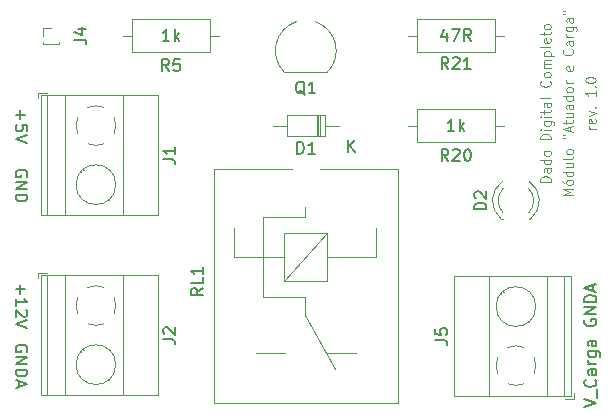
<source format=gbr>
%TF.GenerationSoftware,KiCad,Pcbnew,5.1.12-84ad8e8a86~92~ubuntu20.04.1*%
%TF.CreationDate,2022-02-13T23:17:25-03:00*%
%TF.ProjectId,DD_CMOS,44445f43-4d4f-4532-9e6b-696361645f70,1.0.1*%
%TF.SameCoordinates,Original*%
%TF.FileFunction,Legend,Top*%
%TF.FilePolarity,Positive*%
%FSLAX46Y46*%
G04 Gerber Fmt 4.6, Leading zero omitted, Abs format (unit mm)*
G04 Created by KiCad (PCBNEW 5.1.12-84ad8e8a86~92~ubuntu20.04.1) date 2022-02-13 23:17:25*
%MOMM*%
%LPD*%
G01*
G04 APERTURE LIST*
%ADD10C,0.100000*%
%ADD11C,0.150000*%
%ADD12C,0.120000*%
G04 APERTURE END LIST*
D10*
X151537142Y-98037380D02*
X150937142Y-98037380D01*
X151108571Y-98037380D02*
X151022857Y-97999285D01*
X150980000Y-97961190D01*
X150937142Y-97885000D01*
X150937142Y-97808809D01*
X151494285Y-97237380D02*
X151537142Y-97313571D01*
X151537142Y-97465952D01*
X151494285Y-97542142D01*
X151408571Y-97580238D01*
X151065714Y-97580238D01*
X150980000Y-97542142D01*
X150937142Y-97465952D01*
X150937142Y-97313571D01*
X150980000Y-97237380D01*
X151065714Y-97199285D01*
X151151428Y-97199285D01*
X151237142Y-97580238D01*
X150937142Y-96932619D02*
X151537142Y-96742142D01*
X150937142Y-96551666D01*
X151451428Y-96246904D02*
X151494285Y-96208809D01*
X151537142Y-96246904D01*
X151494285Y-96285000D01*
X151451428Y-96246904D01*
X151537142Y-96246904D01*
X151537142Y-94837380D02*
X151537142Y-95294523D01*
X151537142Y-95065952D02*
X150637142Y-95065952D01*
X150765714Y-95142142D01*
X150851428Y-95218333D01*
X150894285Y-95294523D01*
X151451428Y-94494523D02*
X151494285Y-94456428D01*
X151537142Y-94494523D01*
X151494285Y-94532619D01*
X151451428Y-94494523D01*
X151537142Y-94494523D01*
X150637142Y-93961190D02*
X150637142Y-93885000D01*
X150680000Y-93808809D01*
X150722857Y-93770714D01*
X150808571Y-93732619D01*
X150980000Y-93694523D01*
X151194285Y-93694523D01*
X151365714Y-93732619D01*
X151451428Y-93770714D01*
X151494285Y-93808809D01*
X151537142Y-93885000D01*
X151537142Y-93961190D01*
X151494285Y-94037380D01*
X151451428Y-94075476D01*
X151365714Y-94113571D01*
X151194285Y-94151666D01*
X150980000Y-94151666D01*
X150808571Y-94113571D01*
X150722857Y-94075476D01*
X150680000Y-94037380D01*
X150637142Y-93961190D01*
X149632142Y-103675477D02*
X148732142Y-103675477D01*
X149375000Y-103408810D01*
X148732142Y-103142143D01*
X149632142Y-103142143D01*
X149632142Y-102646905D02*
X149589285Y-102723096D01*
X149546428Y-102761191D01*
X149460714Y-102799286D01*
X149203571Y-102799286D01*
X149117857Y-102761191D01*
X149075000Y-102723096D01*
X149032142Y-102646905D01*
X149032142Y-102532620D01*
X149075000Y-102456429D01*
X149117857Y-102418334D01*
X149203571Y-102380239D01*
X149460714Y-102380239D01*
X149546428Y-102418334D01*
X149589285Y-102456429D01*
X149632142Y-102532620D01*
X149632142Y-102646905D01*
X148689285Y-102494524D02*
X148817857Y-102608810D01*
X149632142Y-101694524D02*
X148732142Y-101694524D01*
X149589285Y-101694524D02*
X149632142Y-101770715D01*
X149632142Y-101923096D01*
X149589285Y-101999286D01*
X149546428Y-102037381D01*
X149460714Y-102075477D01*
X149203571Y-102075477D01*
X149117857Y-102037381D01*
X149075000Y-101999286D01*
X149032142Y-101923096D01*
X149032142Y-101770715D01*
X149075000Y-101694524D01*
X149032142Y-100970715D02*
X149632142Y-100970715D01*
X149032142Y-101313572D02*
X149503571Y-101313572D01*
X149589285Y-101275477D01*
X149632142Y-101199286D01*
X149632142Y-101085001D01*
X149589285Y-101008810D01*
X149546428Y-100970715D01*
X149632142Y-100475477D02*
X149589285Y-100551667D01*
X149503571Y-100589762D01*
X148732142Y-100589762D01*
X149632142Y-100056429D02*
X149589285Y-100132620D01*
X149546428Y-100170715D01*
X149460714Y-100208810D01*
X149203571Y-100208810D01*
X149117857Y-100170715D01*
X149075000Y-100132620D01*
X149032142Y-100056429D01*
X149032142Y-99942143D01*
X149075000Y-99865953D01*
X149117857Y-99827858D01*
X149203571Y-99789762D01*
X149460714Y-99789762D01*
X149546428Y-99827858D01*
X149589285Y-99865953D01*
X149632142Y-99942143D01*
X149632142Y-100056429D01*
X148732142Y-98875477D02*
X148903571Y-98875477D01*
X148732142Y-98570715D02*
X148903571Y-98570715D01*
X149375000Y-98265953D02*
X149375000Y-97885001D01*
X149632142Y-98342143D02*
X148732142Y-98075477D01*
X149632142Y-97808810D01*
X149032142Y-97656429D02*
X149032142Y-97351667D01*
X148732142Y-97542143D02*
X149503571Y-97542143D01*
X149589285Y-97504048D01*
X149632142Y-97427858D01*
X149632142Y-97351667D01*
X149032142Y-96742143D02*
X149632142Y-96742143D01*
X149032142Y-97085001D02*
X149503571Y-97085001D01*
X149589285Y-97046905D01*
X149632142Y-96970715D01*
X149632142Y-96856429D01*
X149589285Y-96780239D01*
X149546428Y-96742143D01*
X149632142Y-96018334D02*
X149160714Y-96018334D01*
X149075000Y-96056429D01*
X149032142Y-96132620D01*
X149032142Y-96285001D01*
X149075000Y-96361191D01*
X149589285Y-96018334D02*
X149632142Y-96094524D01*
X149632142Y-96285001D01*
X149589285Y-96361191D01*
X149503571Y-96399286D01*
X149417857Y-96399286D01*
X149332142Y-96361191D01*
X149289285Y-96285001D01*
X149289285Y-96094524D01*
X149246428Y-96018334D01*
X149632142Y-95294524D02*
X148732142Y-95294524D01*
X149589285Y-95294524D02*
X149632142Y-95370715D01*
X149632142Y-95523096D01*
X149589285Y-95599286D01*
X149546428Y-95637381D01*
X149460714Y-95675477D01*
X149203571Y-95675477D01*
X149117857Y-95637381D01*
X149075000Y-95599286D01*
X149032142Y-95523096D01*
X149032142Y-95370715D01*
X149075000Y-95294524D01*
X149632142Y-94799286D02*
X149589285Y-94875477D01*
X149546428Y-94913572D01*
X149460714Y-94951667D01*
X149203571Y-94951667D01*
X149117857Y-94913572D01*
X149075000Y-94875477D01*
X149032142Y-94799286D01*
X149032142Y-94685001D01*
X149075000Y-94608810D01*
X149117857Y-94570715D01*
X149203571Y-94532620D01*
X149460714Y-94532620D01*
X149546428Y-94570715D01*
X149589285Y-94608810D01*
X149632142Y-94685001D01*
X149632142Y-94799286D01*
X149632142Y-94189762D02*
X149032142Y-94189762D01*
X149203571Y-94189762D02*
X149117857Y-94151667D01*
X149075000Y-94113572D01*
X149032142Y-94037381D01*
X149032142Y-93961191D01*
X149589285Y-92780239D02*
X149632142Y-92856429D01*
X149632142Y-93008810D01*
X149589285Y-93085001D01*
X149503571Y-93123096D01*
X149160714Y-93123096D01*
X149075000Y-93085001D01*
X149032142Y-93008810D01*
X149032142Y-92856429D01*
X149075000Y-92780239D01*
X149160714Y-92742143D01*
X149246428Y-92742143D01*
X149332142Y-93123096D01*
X149546428Y-91332620D02*
X149589285Y-91370715D01*
X149632142Y-91485001D01*
X149632142Y-91561191D01*
X149589285Y-91675477D01*
X149503571Y-91751667D01*
X149417857Y-91789762D01*
X149246428Y-91827858D01*
X149117857Y-91827858D01*
X148946428Y-91789762D01*
X148860714Y-91751667D01*
X148775000Y-91675477D01*
X148732142Y-91561191D01*
X148732142Y-91485001D01*
X148775000Y-91370715D01*
X148817857Y-91332620D01*
X149632142Y-90646905D02*
X149160714Y-90646905D01*
X149075000Y-90685001D01*
X149032142Y-90761191D01*
X149032142Y-90913572D01*
X149075000Y-90989762D01*
X149589285Y-90646905D02*
X149632142Y-90723096D01*
X149632142Y-90913572D01*
X149589285Y-90989762D01*
X149503571Y-91027858D01*
X149417857Y-91027858D01*
X149332142Y-90989762D01*
X149289285Y-90913572D01*
X149289285Y-90723096D01*
X149246428Y-90646905D01*
X149632142Y-90265953D02*
X149032142Y-90265953D01*
X149203571Y-90265953D02*
X149117857Y-90227858D01*
X149075000Y-90189762D01*
X149032142Y-90113572D01*
X149032142Y-90037381D01*
X149032142Y-89427858D02*
X149760714Y-89427858D01*
X149846428Y-89465953D01*
X149889285Y-89504048D01*
X149932142Y-89580239D01*
X149932142Y-89694524D01*
X149889285Y-89770715D01*
X149589285Y-89427858D02*
X149632142Y-89504048D01*
X149632142Y-89656429D01*
X149589285Y-89732620D01*
X149546428Y-89770715D01*
X149460714Y-89808810D01*
X149203571Y-89808810D01*
X149117857Y-89770715D01*
X149075000Y-89732620D01*
X149032142Y-89656429D01*
X149032142Y-89504048D01*
X149075000Y-89427858D01*
X149632142Y-88704048D02*
X149160714Y-88704048D01*
X149075000Y-88742143D01*
X149032142Y-88818334D01*
X149032142Y-88970715D01*
X149075000Y-89046905D01*
X149589285Y-88704048D02*
X149632142Y-88780239D01*
X149632142Y-88970715D01*
X149589285Y-89046905D01*
X149503571Y-89085001D01*
X149417857Y-89085001D01*
X149332142Y-89046905D01*
X149289285Y-88970715D01*
X149289285Y-88780239D01*
X149246428Y-88704048D01*
X148732142Y-88361191D02*
X148903571Y-88361191D01*
X148732142Y-88056429D02*
X148903571Y-88056429D01*
X147727142Y-102532619D02*
X146827142Y-102532619D01*
X146827142Y-102342142D01*
X146870000Y-102227857D01*
X146955714Y-102151666D01*
X147041428Y-102113571D01*
X147212857Y-102075476D01*
X147341428Y-102075476D01*
X147512857Y-102113571D01*
X147598571Y-102151666D01*
X147684285Y-102227857D01*
X147727142Y-102342142D01*
X147727142Y-102532619D01*
X147727142Y-101389761D02*
X147255714Y-101389761D01*
X147170000Y-101427857D01*
X147127142Y-101504047D01*
X147127142Y-101656428D01*
X147170000Y-101732619D01*
X147684285Y-101389761D02*
X147727142Y-101465952D01*
X147727142Y-101656428D01*
X147684285Y-101732619D01*
X147598571Y-101770714D01*
X147512857Y-101770714D01*
X147427142Y-101732619D01*
X147384285Y-101656428D01*
X147384285Y-101465952D01*
X147341428Y-101389761D01*
X147727142Y-100665952D02*
X146827142Y-100665952D01*
X147684285Y-100665952D02*
X147727142Y-100742142D01*
X147727142Y-100894523D01*
X147684285Y-100970714D01*
X147641428Y-101008809D01*
X147555714Y-101046904D01*
X147298571Y-101046904D01*
X147212857Y-101008809D01*
X147170000Y-100970714D01*
X147127142Y-100894523D01*
X147127142Y-100742142D01*
X147170000Y-100665952D01*
X147727142Y-100170714D02*
X147684285Y-100246904D01*
X147641428Y-100285000D01*
X147555714Y-100323095D01*
X147298571Y-100323095D01*
X147212857Y-100285000D01*
X147170000Y-100246904D01*
X147127142Y-100170714D01*
X147127142Y-100056428D01*
X147170000Y-99980238D01*
X147212857Y-99942142D01*
X147298571Y-99904047D01*
X147555714Y-99904047D01*
X147641428Y-99942142D01*
X147684285Y-99980238D01*
X147727142Y-100056428D01*
X147727142Y-100170714D01*
X147727142Y-98951666D02*
X146827142Y-98951666D01*
X146827142Y-98761190D01*
X146870000Y-98646904D01*
X146955714Y-98570714D01*
X147041428Y-98532619D01*
X147212857Y-98494523D01*
X147341428Y-98494523D01*
X147512857Y-98532619D01*
X147598571Y-98570714D01*
X147684285Y-98646904D01*
X147727142Y-98761190D01*
X147727142Y-98951666D01*
X147727142Y-98151666D02*
X147127142Y-98151666D01*
X146827142Y-98151666D02*
X146870000Y-98189761D01*
X146912857Y-98151666D01*
X146870000Y-98113571D01*
X146827142Y-98151666D01*
X146912857Y-98151666D01*
X147127142Y-97427857D02*
X147855714Y-97427857D01*
X147941428Y-97465952D01*
X147984285Y-97504047D01*
X148027142Y-97580238D01*
X148027142Y-97694523D01*
X147984285Y-97770714D01*
X147684285Y-97427857D02*
X147727142Y-97504047D01*
X147727142Y-97656428D01*
X147684285Y-97732619D01*
X147641428Y-97770714D01*
X147555714Y-97808809D01*
X147298571Y-97808809D01*
X147212857Y-97770714D01*
X147170000Y-97732619D01*
X147127142Y-97656428D01*
X147127142Y-97504047D01*
X147170000Y-97427857D01*
X147727142Y-97046904D02*
X147127142Y-97046904D01*
X146827142Y-97046904D02*
X146870000Y-97085000D01*
X146912857Y-97046904D01*
X146870000Y-97008809D01*
X146827142Y-97046904D01*
X146912857Y-97046904D01*
X147127142Y-96780238D02*
X147127142Y-96475476D01*
X146827142Y-96665952D02*
X147598571Y-96665952D01*
X147684285Y-96627857D01*
X147727142Y-96551666D01*
X147727142Y-96475476D01*
X147727142Y-95865952D02*
X147255714Y-95865952D01*
X147170000Y-95904047D01*
X147127142Y-95980238D01*
X147127142Y-96132619D01*
X147170000Y-96208809D01*
X147684285Y-95865952D02*
X147727142Y-95942142D01*
X147727142Y-96132619D01*
X147684285Y-96208809D01*
X147598571Y-96246904D01*
X147512857Y-96246904D01*
X147427142Y-96208809D01*
X147384285Y-96132619D01*
X147384285Y-95942142D01*
X147341428Y-95865952D01*
X147727142Y-95370714D02*
X147684285Y-95446904D01*
X147598571Y-95485000D01*
X146827142Y-95485000D01*
X147641428Y-93999285D02*
X147684285Y-94037380D01*
X147727142Y-94151666D01*
X147727142Y-94227857D01*
X147684285Y-94342142D01*
X147598571Y-94418333D01*
X147512857Y-94456428D01*
X147341428Y-94494523D01*
X147212857Y-94494523D01*
X147041428Y-94456428D01*
X146955714Y-94418333D01*
X146870000Y-94342142D01*
X146827142Y-94227857D01*
X146827142Y-94151666D01*
X146870000Y-94037380D01*
X146912857Y-93999285D01*
X147727142Y-93542142D02*
X147684285Y-93618333D01*
X147641428Y-93656428D01*
X147555714Y-93694523D01*
X147298571Y-93694523D01*
X147212857Y-93656428D01*
X147170000Y-93618333D01*
X147127142Y-93542142D01*
X147127142Y-93427857D01*
X147170000Y-93351666D01*
X147212857Y-93313571D01*
X147298571Y-93275476D01*
X147555714Y-93275476D01*
X147641428Y-93313571D01*
X147684285Y-93351666D01*
X147727142Y-93427857D01*
X147727142Y-93542142D01*
X147727142Y-92932619D02*
X147127142Y-92932619D01*
X147212857Y-92932619D02*
X147170000Y-92894523D01*
X147127142Y-92818333D01*
X147127142Y-92704047D01*
X147170000Y-92627857D01*
X147255714Y-92589761D01*
X147727142Y-92589761D01*
X147255714Y-92589761D02*
X147170000Y-92551666D01*
X147127142Y-92475476D01*
X147127142Y-92361190D01*
X147170000Y-92285000D01*
X147255714Y-92246904D01*
X147727142Y-92246904D01*
X147127142Y-91865952D02*
X148027142Y-91865952D01*
X147170000Y-91865952D02*
X147127142Y-91789761D01*
X147127142Y-91637380D01*
X147170000Y-91561190D01*
X147212857Y-91523095D01*
X147298571Y-91485000D01*
X147555714Y-91485000D01*
X147641428Y-91523095D01*
X147684285Y-91561190D01*
X147727142Y-91637380D01*
X147727142Y-91789761D01*
X147684285Y-91865952D01*
X147727142Y-91027857D02*
X147684285Y-91104047D01*
X147598571Y-91142142D01*
X146827142Y-91142142D01*
X147684285Y-90418333D02*
X147727142Y-90494523D01*
X147727142Y-90646904D01*
X147684285Y-90723095D01*
X147598571Y-90761190D01*
X147255714Y-90761190D01*
X147170000Y-90723095D01*
X147127142Y-90646904D01*
X147127142Y-90494523D01*
X147170000Y-90418333D01*
X147255714Y-90380238D01*
X147341428Y-90380238D01*
X147427142Y-90761190D01*
X147127142Y-90151666D02*
X147127142Y-89846904D01*
X146827142Y-90037380D02*
X147598571Y-90037380D01*
X147684285Y-89999285D01*
X147727142Y-89923095D01*
X147727142Y-89846904D01*
X147727142Y-89465952D02*
X147684285Y-89542142D01*
X147641428Y-89580238D01*
X147555714Y-89618333D01*
X147298571Y-89618333D01*
X147212857Y-89580238D01*
X147170000Y-89542142D01*
X147127142Y-89465952D01*
X147127142Y-89351666D01*
X147170000Y-89275476D01*
X147212857Y-89237380D01*
X147298571Y-89199285D01*
X147555714Y-89199285D01*
X147641428Y-89237380D01*
X147684285Y-89275476D01*
X147727142Y-89351666D01*
X147727142Y-89465952D01*
D11*
X150582380Y-121625952D02*
X151582380Y-121292619D01*
X150582380Y-120959285D01*
X151677619Y-120864047D02*
X151677619Y-120102142D01*
X151487142Y-119292619D02*
X151534761Y-119340238D01*
X151582380Y-119483095D01*
X151582380Y-119578333D01*
X151534761Y-119721190D01*
X151439523Y-119816428D01*
X151344285Y-119864047D01*
X151153809Y-119911666D01*
X151010952Y-119911666D01*
X150820476Y-119864047D01*
X150725238Y-119816428D01*
X150630000Y-119721190D01*
X150582380Y-119578333D01*
X150582380Y-119483095D01*
X150630000Y-119340238D01*
X150677619Y-119292619D01*
X151582380Y-118435476D02*
X151058571Y-118435476D01*
X150963333Y-118483095D01*
X150915714Y-118578333D01*
X150915714Y-118768809D01*
X150963333Y-118864047D01*
X151534761Y-118435476D02*
X151582380Y-118530714D01*
X151582380Y-118768809D01*
X151534761Y-118864047D01*
X151439523Y-118911666D01*
X151344285Y-118911666D01*
X151249047Y-118864047D01*
X151201428Y-118768809D01*
X151201428Y-118530714D01*
X151153809Y-118435476D01*
X151582380Y-117959285D02*
X150915714Y-117959285D01*
X151106190Y-117959285D02*
X151010952Y-117911666D01*
X150963333Y-117864047D01*
X150915714Y-117768809D01*
X150915714Y-117673571D01*
X150915714Y-116911666D02*
X151725238Y-116911666D01*
X151820476Y-116959285D01*
X151868095Y-117006904D01*
X151915714Y-117102142D01*
X151915714Y-117245000D01*
X151868095Y-117340238D01*
X151534761Y-116911666D02*
X151582380Y-117006904D01*
X151582380Y-117197380D01*
X151534761Y-117292619D01*
X151487142Y-117340238D01*
X151391904Y-117387857D01*
X151106190Y-117387857D01*
X151010952Y-117340238D01*
X150963333Y-117292619D01*
X150915714Y-117197380D01*
X150915714Y-117006904D01*
X150963333Y-116911666D01*
X151582380Y-116006904D02*
X151058571Y-116006904D01*
X150963333Y-116054523D01*
X150915714Y-116149761D01*
X150915714Y-116340238D01*
X150963333Y-116435476D01*
X151534761Y-116006904D02*
X151582380Y-116102142D01*
X151582380Y-116340238D01*
X151534761Y-116435476D01*
X151439523Y-116483095D01*
X151344285Y-116483095D01*
X151249047Y-116435476D01*
X151201428Y-116340238D01*
X151201428Y-116102142D01*
X151153809Y-116006904D01*
X150630000Y-114220476D02*
X150582380Y-114315714D01*
X150582380Y-114458571D01*
X150630000Y-114601428D01*
X150725238Y-114696666D01*
X150820476Y-114744285D01*
X151010952Y-114791904D01*
X151153809Y-114791904D01*
X151344285Y-114744285D01*
X151439523Y-114696666D01*
X151534761Y-114601428D01*
X151582380Y-114458571D01*
X151582380Y-114363333D01*
X151534761Y-114220476D01*
X151487142Y-114172857D01*
X151153809Y-114172857D01*
X151153809Y-114363333D01*
X151582380Y-113744285D02*
X150582380Y-113744285D01*
X151582380Y-113172857D01*
X150582380Y-113172857D01*
X151582380Y-112696666D02*
X150582380Y-112696666D01*
X150582380Y-112458571D01*
X150630000Y-112315714D01*
X150725238Y-112220476D01*
X150820476Y-112172857D01*
X151010952Y-112125238D01*
X151153809Y-112125238D01*
X151344285Y-112172857D01*
X151439523Y-112220476D01*
X151534761Y-112315714D01*
X151582380Y-112458571D01*
X151582380Y-112696666D01*
X151296666Y-111744285D02*
X151296666Y-111268095D01*
X151582380Y-111839523D02*
X150582380Y-111506190D01*
X151582380Y-111172857D01*
X103370000Y-116919523D02*
X103417619Y-116824285D01*
X103417619Y-116681428D01*
X103370000Y-116538571D01*
X103274761Y-116443333D01*
X103179523Y-116395714D01*
X102989047Y-116348095D01*
X102846190Y-116348095D01*
X102655714Y-116395714D01*
X102560476Y-116443333D01*
X102465238Y-116538571D01*
X102417619Y-116681428D01*
X102417619Y-116776666D01*
X102465238Y-116919523D01*
X102512857Y-116967142D01*
X102846190Y-116967142D01*
X102846190Y-116776666D01*
X102417619Y-117395714D02*
X103417619Y-117395714D01*
X102417619Y-117967142D01*
X103417619Y-117967142D01*
X102417619Y-118443333D02*
X103417619Y-118443333D01*
X103417619Y-118681428D01*
X103370000Y-118824285D01*
X103274761Y-118919523D01*
X103179523Y-118967142D01*
X102989047Y-119014761D01*
X102846190Y-119014761D01*
X102655714Y-118967142D01*
X102560476Y-118919523D01*
X102465238Y-118824285D01*
X102417619Y-118681428D01*
X102417619Y-118443333D01*
X102703333Y-119395714D02*
X102703333Y-119871904D01*
X102417619Y-119300476D02*
X103417619Y-119633809D01*
X102417619Y-119967142D01*
X102798571Y-111268095D02*
X102798571Y-112030000D01*
X102417619Y-111649047D02*
X103179523Y-111649047D01*
X102417619Y-113030000D02*
X102417619Y-112458571D01*
X102417619Y-112744285D02*
X103417619Y-112744285D01*
X103274761Y-112649047D01*
X103179523Y-112553809D01*
X103131904Y-112458571D01*
X103322380Y-113410952D02*
X103370000Y-113458571D01*
X103417619Y-113553809D01*
X103417619Y-113791904D01*
X103370000Y-113887142D01*
X103322380Y-113934761D01*
X103227142Y-113982380D01*
X103131904Y-113982380D01*
X102989047Y-113934761D01*
X102417619Y-113363333D01*
X102417619Y-113982380D01*
X103417619Y-114268095D02*
X102417619Y-114601428D01*
X103417619Y-114934761D01*
X103370000Y-102108095D02*
X103417619Y-102012857D01*
X103417619Y-101870000D01*
X103370000Y-101727142D01*
X103274761Y-101631904D01*
X103179523Y-101584285D01*
X102989047Y-101536666D01*
X102846190Y-101536666D01*
X102655714Y-101584285D01*
X102560476Y-101631904D01*
X102465238Y-101727142D01*
X102417619Y-101870000D01*
X102417619Y-101965238D01*
X102465238Y-102108095D01*
X102512857Y-102155714D01*
X102846190Y-102155714D01*
X102846190Y-101965238D01*
X102417619Y-102584285D02*
X103417619Y-102584285D01*
X102417619Y-103155714D01*
X103417619Y-103155714D01*
X102417619Y-103631904D02*
X103417619Y-103631904D01*
X103417619Y-103870000D01*
X103370000Y-104012857D01*
X103274761Y-104108095D01*
X103179523Y-104155714D01*
X102989047Y-104203333D01*
X102846190Y-104203333D01*
X102655714Y-104155714D01*
X102560476Y-104108095D01*
X102465238Y-104012857D01*
X102417619Y-103870000D01*
X102417619Y-103631904D01*
X102798571Y-96504285D02*
X102798571Y-97266190D01*
X102417619Y-96885238D02*
X103179523Y-96885238D01*
X103417619Y-98218571D02*
X103417619Y-97742380D01*
X102941428Y-97694761D01*
X102989047Y-97742380D01*
X103036666Y-97837619D01*
X103036666Y-98075714D01*
X102989047Y-98170952D01*
X102941428Y-98218571D01*
X102846190Y-98266190D01*
X102608095Y-98266190D01*
X102512857Y-98218571D01*
X102465238Y-98170952D01*
X102417619Y-98075714D01*
X102417619Y-97837619D01*
X102465238Y-97742380D01*
X102512857Y-97694761D01*
X103417619Y-98551904D02*
X102417619Y-98885238D01*
X103417619Y-99218571D01*
D12*
%TO.C,Q1*%
X125200000Y-93290000D02*
X128800000Y-93290000D01*
X128808445Y-93267684D02*
G75*
G03*
X127780000Y-88990000I-1808445J1827684D01*
G01*
X125188125Y-93281741D02*
G75*
G02*
X126180000Y-88990000I1811875J1841741D01*
G01*
%TO.C,R21*%
X142970000Y-91540000D02*
X142970000Y-88800000D01*
X142970000Y-88800000D02*
X136430000Y-88800000D01*
X136430000Y-88800000D02*
X136430000Y-91540000D01*
X136430000Y-91540000D02*
X142970000Y-91540000D01*
X143740000Y-90170000D02*
X142970000Y-90170000D01*
X135660000Y-90170000D02*
X136430000Y-90170000D01*
%TO.C,J4*%
X104715000Y-90855000D02*
X106105000Y-90855000D01*
X104715000Y-90855000D02*
X104715000Y-90730000D01*
X106105000Y-90855000D02*
X106105000Y-90730000D01*
X104715000Y-90855000D02*
X104801724Y-90855000D01*
X106018276Y-90855000D02*
X106105000Y-90855000D01*
X104715000Y-90170000D02*
X104715000Y-89485000D01*
X104715000Y-89485000D02*
X105410000Y-89485000D01*
%TO.C,RL1*%
X125800000Y-101470000D02*
X119200000Y-101470000D01*
X134800000Y-101470000D02*
X128200000Y-101470000D01*
X134800000Y-101470000D02*
X134800000Y-121270000D01*
X134800000Y-121270000D02*
X119200000Y-121270000D01*
X119200000Y-121270000D02*
X119200000Y-101470000D01*
X122800000Y-117020000D02*
X125250000Y-117020000D01*
X131200000Y-117020000D02*
X128700000Y-117020000D01*
X120950000Y-106420000D02*
X120950000Y-108920000D01*
X126950000Y-105520000D02*
X126950000Y-104720000D01*
X132950000Y-108920000D02*
X132950000Y-106420000D01*
X126950000Y-112320000D02*
X126950000Y-113820000D01*
X126950000Y-113820000D02*
X129450000Y-118420000D01*
X123350000Y-112320000D02*
X123350000Y-105520000D01*
X126950000Y-112320000D02*
X123350000Y-112320000D01*
X126950000Y-105520000D02*
X123350000Y-105520000D01*
X132950000Y-108920000D02*
X128750000Y-108920000D01*
X125150000Y-108920000D02*
X120950000Y-108920000D01*
X125150000Y-110920000D02*
X128750000Y-106920000D01*
X125150000Y-106920000D02*
X128750000Y-106920000D01*
X128750000Y-106920000D02*
X128750000Y-110920000D01*
X128750000Y-110920000D02*
X125150000Y-110920000D01*
X125150000Y-110920000D02*
X125150000Y-106920000D01*
%TO.C,R20*%
X143740000Y-97790000D02*
X142970000Y-97790000D01*
X135660000Y-97790000D02*
X136430000Y-97790000D01*
X142970000Y-96420000D02*
X136430000Y-96420000D01*
X142970000Y-99160000D02*
X142970000Y-96420000D01*
X136430000Y-99160000D02*
X142970000Y-99160000D01*
X136430000Y-96420000D02*
X136430000Y-99160000D01*
%TO.C,R5*%
X119610000Y-90170000D02*
X118840000Y-90170000D01*
X111530000Y-90170000D02*
X112300000Y-90170000D01*
X118840000Y-88800000D02*
X112300000Y-88800000D01*
X118840000Y-91540000D02*
X118840000Y-88800000D01*
X112300000Y-91540000D02*
X118840000Y-91540000D01*
X112300000Y-88800000D02*
X112300000Y-91540000D01*
%TO.C,J5*%
X146460000Y-113110000D02*
G75*
G03*
X146460000Y-113110000I-1680000J0D01*
G01*
X148880000Y-120670000D02*
X148880000Y-110550000D01*
X147380000Y-120670000D02*
X147380000Y-110550000D01*
X142479000Y-120670000D02*
X142479000Y-110550000D01*
X139519000Y-120670000D02*
X139519000Y-110550000D01*
X149440000Y-120670000D02*
X149440000Y-110550000D01*
X139519000Y-120670000D02*
X149440000Y-120670000D01*
X139519000Y-110550000D02*
X149440000Y-110550000D01*
X143711000Y-111835000D02*
X143757000Y-111882000D01*
X146019000Y-114144000D02*
X146054000Y-114179000D01*
X143505000Y-112040000D02*
X143541000Y-112075000D01*
X145803000Y-114337000D02*
X145849000Y-114384000D01*
X148940000Y-120910000D02*
X149680000Y-120910000D01*
X149680000Y-120910000D02*
X149680000Y-120410000D01*
X146314756Y-117426682D02*
G75*
G02*
X146460000Y-118110000I-1534756J-683318D01*
G01*
X144096958Y-116574574D02*
G75*
G02*
X145464000Y-116575000I683042J-1535426D01*
G01*
X143244574Y-118793042D02*
G75*
G02*
X143245000Y-117426000I1535426J683042D01*
G01*
X145463042Y-119645426D02*
G75*
G02*
X144096000Y-119645000I-683042J1535426D01*
G01*
X146460253Y-118081195D02*
G75*
G02*
X146315000Y-118794000I-1680253J-28805D01*
G01*
%TO.C,J2*%
X104320000Y-110230000D02*
X104320000Y-110730000D01*
X105060000Y-110230000D02*
X104320000Y-110230000D01*
X108197000Y-116803000D02*
X108151000Y-116756000D01*
X110495000Y-119100000D02*
X110459000Y-119065000D01*
X107981000Y-116996000D02*
X107946000Y-116961000D01*
X110289000Y-119305000D02*
X110243000Y-119258000D01*
X114481000Y-120590000D02*
X104560000Y-120590000D01*
X114481000Y-110470000D02*
X104560000Y-110470000D01*
X104560000Y-110470000D02*
X104560000Y-120590000D01*
X114481000Y-110470000D02*
X114481000Y-120590000D01*
X111521000Y-110470000D02*
X111521000Y-120590000D01*
X106620000Y-110470000D02*
X106620000Y-120590000D01*
X105120000Y-110470000D02*
X105120000Y-120590000D01*
X110900000Y-118030000D02*
G75*
G03*
X110900000Y-118030000I-1680000J0D01*
G01*
X107539747Y-113058805D02*
G75*
G02*
X107685000Y-112346000I1680253J28805D01*
G01*
X108536958Y-111494574D02*
G75*
G02*
X109904000Y-111495000I683042J-1535426D01*
G01*
X110755426Y-112346958D02*
G75*
G02*
X110755000Y-113714000I-1535426J-683042D01*
G01*
X109903042Y-114565426D02*
G75*
G02*
X108536000Y-114565000I-683042J1535426D01*
G01*
X107685244Y-113713318D02*
G75*
G02*
X107540000Y-113030000I1534756J683318D01*
G01*
%TO.C,J1*%
X104320000Y-94990000D02*
X104320000Y-95490000D01*
X105060000Y-94990000D02*
X104320000Y-94990000D01*
X108197000Y-101563000D02*
X108151000Y-101516000D01*
X110495000Y-103860000D02*
X110459000Y-103825000D01*
X107981000Y-101756000D02*
X107946000Y-101721000D01*
X110289000Y-104065000D02*
X110243000Y-104018000D01*
X114481000Y-105350000D02*
X104560000Y-105350000D01*
X114481000Y-95230000D02*
X104560000Y-95230000D01*
X104560000Y-95230000D02*
X104560000Y-105350000D01*
X114481000Y-95230000D02*
X114481000Y-105350000D01*
X111521000Y-95230000D02*
X111521000Y-105350000D01*
X106620000Y-95230000D02*
X106620000Y-105350000D01*
X105120000Y-95230000D02*
X105120000Y-105350000D01*
X110900000Y-102790000D02*
G75*
G03*
X110900000Y-102790000I-1680000J0D01*
G01*
X107539747Y-97818805D02*
G75*
G02*
X107685000Y-97106000I1680253J28805D01*
G01*
X108536958Y-96254574D02*
G75*
G02*
X109904000Y-96255000I683042J-1535426D01*
G01*
X110755426Y-97106958D02*
G75*
G02*
X110755000Y-98474000I-1535426J-683042D01*
G01*
X109903042Y-99325426D02*
G75*
G02*
X108536000Y-99325000I-683042J1535426D01*
G01*
X107685244Y-98473318D02*
G75*
G02*
X107540000Y-97790000I1534756J683318D01*
G01*
%TO.C,D2*%
X145860000Y-105700000D02*
X146016000Y-105700000D01*
X143544000Y-105700000D02*
X143700000Y-105700000D01*
X145859837Y-103098870D02*
G75*
G02*
X145860000Y-105180961I-1079837J-1041130D01*
G01*
X143700163Y-103098870D02*
G75*
G03*
X143700000Y-105180961I1079837J-1041130D01*
G01*
X145858608Y-102467665D02*
G75*
G02*
X146015516Y-105700000I-1078608J-1672335D01*
G01*
X143701392Y-102467665D02*
G75*
G03*
X143544484Y-105700000I1078608J-1672335D01*
G01*
%TO.C,D1*%
X128184000Y-98710000D02*
X128184000Y-96870000D01*
X127944000Y-98710000D02*
X127944000Y-96870000D01*
X128064000Y-98710000D02*
X128064000Y-96870000D01*
X124180000Y-97790000D02*
X125360000Y-97790000D01*
X129820000Y-97790000D02*
X128640000Y-97790000D01*
X125360000Y-98710000D02*
X128640000Y-98710000D01*
X125360000Y-96870000D02*
X125360000Y-98710000D01*
X128640000Y-96870000D02*
X125360000Y-96870000D01*
X128640000Y-98710000D02*
X128640000Y-96870000D01*
%TO.C,Q1*%
D11*
X126904761Y-95162619D02*
X126809523Y-95115000D01*
X126714285Y-95019761D01*
X126571428Y-94876904D01*
X126476190Y-94829285D01*
X126380952Y-94829285D01*
X126428571Y-95067380D02*
X126333333Y-95019761D01*
X126238095Y-94924523D01*
X126190476Y-94734047D01*
X126190476Y-94400714D01*
X126238095Y-94210238D01*
X126333333Y-94115000D01*
X126428571Y-94067380D01*
X126619047Y-94067380D01*
X126714285Y-94115000D01*
X126809523Y-94210238D01*
X126857142Y-94400714D01*
X126857142Y-94734047D01*
X126809523Y-94924523D01*
X126714285Y-95019761D01*
X126619047Y-95067380D01*
X126428571Y-95067380D01*
X127809523Y-95067380D02*
X127238095Y-95067380D01*
X127523809Y-95067380D02*
X127523809Y-94067380D01*
X127428571Y-94210238D01*
X127333333Y-94305476D01*
X127238095Y-94353095D01*
%TO.C,R21*%
X139057142Y-92992380D02*
X138723809Y-92516190D01*
X138485714Y-92992380D02*
X138485714Y-91992380D01*
X138866666Y-91992380D01*
X138961904Y-92040000D01*
X139009523Y-92087619D01*
X139057142Y-92182857D01*
X139057142Y-92325714D01*
X139009523Y-92420952D01*
X138961904Y-92468571D01*
X138866666Y-92516190D01*
X138485714Y-92516190D01*
X139438095Y-92087619D02*
X139485714Y-92040000D01*
X139580952Y-91992380D01*
X139819047Y-91992380D01*
X139914285Y-92040000D01*
X139961904Y-92087619D01*
X140009523Y-92182857D01*
X140009523Y-92278095D01*
X139961904Y-92420952D01*
X139390476Y-92992380D01*
X140009523Y-92992380D01*
X140961904Y-92992380D02*
X140390476Y-92992380D01*
X140676190Y-92992380D02*
X140676190Y-91992380D01*
X140580952Y-92135238D01*
X140485714Y-92230476D01*
X140390476Y-92278095D01*
X138914285Y-89955714D02*
X138914285Y-90622380D01*
X138676190Y-89574761D02*
X138438095Y-90289047D01*
X139057142Y-90289047D01*
X139342857Y-89622380D02*
X140009523Y-89622380D01*
X139580952Y-90622380D01*
X140961904Y-90622380D02*
X140628571Y-90146190D01*
X140390476Y-90622380D02*
X140390476Y-89622380D01*
X140771428Y-89622380D01*
X140866666Y-89670000D01*
X140914285Y-89717619D01*
X140961904Y-89812857D01*
X140961904Y-89955714D01*
X140914285Y-90050952D01*
X140866666Y-90098571D01*
X140771428Y-90146190D01*
X140390476Y-90146190D01*
%TO.C,J4*%
X107402380Y-90503333D02*
X108116666Y-90503333D01*
X108259523Y-90550952D01*
X108354761Y-90646190D01*
X108402380Y-90789047D01*
X108402380Y-90884285D01*
X107735714Y-89598571D02*
X108402380Y-89598571D01*
X107354761Y-89836666D02*
X108069047Y-90074761D01*
X108069047Y-89455714D01*
%TO.C,RL1*%
X118252380Y-111541428D02*
X117776190Y-111874761D01*
X118252380Y-112112857D02*
X117252380Y-112112857D01*
X117252380Y-111731904D01*
X117300000Y-111636666D01*
X117347619Y-111589047D01*
X117442857Y-111541428D01*
X117585714Y-111541428D01*
X117680952Y-111589047D01*
X117728571Y-111636666D01*
X117776190Y-111731904D01*
X117776190Y-112112857D01*
X118252380Y-110636666D02*
X118252380Y-111112857D01*
X117252380Y-111112857D01*
X118252380Y-109779523D02*
X118252380Y-110350952D01*
X118252380Y-110065238D02*
X117252380Y-110065238D01*
X117395238Y-110160476D01*
X117490476Y-110255714D01*
X117538095Y-110350952D01*
%TO.C,R20*%
X139057142Y-100782380D02*
X138723809Y-100306190D01*
X138485714Y-100782380D02*
X138485714Y-99782380D01*
X138866666Y-99782380D01*
X138961904Y-99830000D01*
X139009523Y-99877619D01*
X139057142Y-99972857D01*
X139057142Y-100115714D01*
X139009523Y-100210952D01*
X138961904Y-100258571D01*
X138866666Y-100306190D01*
X138485714Y-100306190D01*
X139438095Y-99877619D02*
X139485714Y-99830000D01*
X139580952Y-99782380D01*
X139819047Y-99782380D01*
X139914285Y-99830000D01*
X139961904Y-99877619D01*
X140009523Y-99972857D01*
X140009523Y-100068095D01*
X139961904Y-100210952D01*
X139390476Y-100782380D01*
X140009523Y-100782380D01*
X140628571Y-99782380D02*
X140723809Y-99782380D01*
X140819047Y-99830000D01*
X140866666Y-99877619D01*
X140914285Y-99972857D01*
X140961904Y-100163333D01*
X140961904Y-100401428D01*
X140914285Y-100591904D01*
X140866666Y-100687142D01*
X140819047Y-100734761D01*
X140723809Y-100782380D01*
X140628571Y-100782380D01*
X140533333Y-100734761D01*
X140485714Y-100687142D01*
X140438095Y-100591904D01*
X140390476Y-100401428D01*
X140390476Y-100163333D01*
X140438095Y-99972857D01*
X140485714Y-99877619D01*
X140533333Y-99830000D01*
X140628571Y-99782380D01*
X139580952Y-98242380D02*
X139009523Y-98242380D01*
X139295238Y-98242380D02*
X139295238Y-97242380D01*
X139200000Y-97385238D01*
X139104761Y-97480476D01*
X139009523Y-97528095D01*
X140009523Y-98242380D02*
X140009523Y-97242380D01*
X140104761Y-97861428D02*
X140390476Y-98242380D01*
X140390476Y-97575714D02*
X140009523Y-97956666D01*
%TO.C,R5*%
X115403333Y-93162380D02*
X115070000Y-92686190D01*
X114831904Y-93162380D02*
X114831904Y-92162380D01*
X115212857Y-92162380D01*
X115308095Y-92210000D01*
X115355714Y-92257619D01*
X115403333Y-92352857D01*
X115403333Y-92495714D01*
X115355714Y-92590952D01*
X115308095Y-92638571D01*
X115212857Y-92686190D01*
X114831904Y-92686190D01*
X116308095Y-92162380D02*
X115831904Y-92162380D01*
X115784285Y-92638571D01*
X115831904Y-92590952D01*
X115927142Y-92543333D01*
X116165238Y-92543333D01*
X116260476Y-92590952D01*
X116308095Y-92638571D01*
X116355714Y-92733809D01*
X116355714Y-92971904D01*
X116308095Y-93067142D01*
X116260476Y-93114761D01*
X116165238Y-93162380D01*
X115927142Y-93162380D01*
X115831904Y-93114761D01*
X115784285Y-93067142D01*
X115450952Y-90622380D02*
X114879523Y-90622380D01*
X115165238Y-90622380D02*
X115165238Y-89622380D01*
X115070000Y-89765238D01*
X114974761Y-89860476D01*
X114879523Y-89908095D01*
X115879523Y-90622380D02*
X115879523Y-89622380D01*
X115974761Y-90241428D02*
X116260476Y-90622380D01*
X116260476Y-89955714D02*
X115879523Y-90336666D01*
%TO.C,J5*%
X137972380Y-115943333D02*
X138686666Y-115943333D01*
X138829523Y-115990952D01*
X138924761Y-116086190D01*
X138972380Y-116229047D01*
X138972380Y-116324285D01*
X137972380Y-114990952D02*
X137972380Y-115467142D01*
X138448571Y-115514761D01*
X138400952Y-115467142D01*
X138353333Y-115371904D01*
X138353333Y-115133809D01*
X138400952Y-115038571D01*
X138448571Y-114990952D01*
X138543809Y-114943333D01*
X138781904Y-114943333D01*
X138877142Y-114990952D01*
X138924761Y-115038571D01*
X138972380Y-115133809D01*
X138972380Y-115371904D01*
X138924761Y-115467142D01*
X138877142Y-115514761D01*
%TO.C,J2*%
X114932380Y-115863333D02*
X115646666Y-115863333D01*
X115789523Y-115910952D01*
X115884761Y-116006190D01*
X115932380Y-116149047D01*
X115932380Y-116244285D01*
X115027619Y-115434761D02*
X114980000Y-115387142D01*
X114932380Y-115291904D01*
X114932380Y-115053809D01*
X114980000Y-114958571D01*
X115027619Y-114910952D01*
X115122857Y-114863333D01*
X115218095Y-114863333D01*
X115360952Y-114910952D01*
X115932380Y-115482380D01*
X115932380Y-114863333D01*
%TO.C,J1*%
X114932380Y-100623333D02*
X115646666Y-100623333D01*
X115789523Y-100670952D01*
X115884761Y-100766190D01*
X115932380Y-100909047D01*
X115932380Y-101004285D01*
X115932380Y-99623333D02*
X115932380Y-100194761D01*
X115932380Y-99909047D02*
X114932380Y-99909047D01*
X115075238Y-100004285D01*
X115170476Y-100099523D01*
X115218095Y-100194761D01*
%TO.C,D2*%
X142272380Y-104878095D02*
X141272380Y-104878095D01*
X141272380Y-104640000D01*
X141320000Y-104497142D01*
X141415238Y-104401904D01*
X141510476Y-104354285D01*
X141700952Y-104306666D01*
X141843809Y-104306666D01*
X142034285Y-104354285D01*
X142129523Y-104401904D01*
X142224761Y-104497142D01*
X142272380Y-104640000D01*
X142272380Y-104878095D01*
X141367619Y-103925714D02*
X141320000Y-103878095D01*
X141272380Y-103782857D01*
X141272380Y-103544761D01*
X141320000Y-103449523D01*
X141367619Y-103401904D01*
X141462857Y-103354285D01*
X141558095Y-103354285D01*
X141700952Y-103401904D01*
X142272380Y-103973333D01*
X142272380Y-103354285D01*
%TO.C,D1*%
X126261904Y-100162380D02*
X126261904Y-99162380D01*
X126500000Y-99162380D01*
X126642857Y-99210000D01*
X126738095Y-99305238D01*
X126785714Y-99400476D01*
X126833333Y-99590952D01*
X126833333Y-99733809D01*
X126785714Y-99924285D01*
X126738095Y-100019523D01*
X126642857Y-100114761D01*
X126500000Y-100162380D01*
X126261904Y-100162380D01*
X127785714Y-100162380D02*
X127214285Y-100162380D01*
X127500000Y-100162380D02*
X127500000Y-99162380D01*
X127404761Y-99305238D01*
X127309523Y-99400476D01*
X127214285Y-99448095D01*
X130548095Y-99992380D02*
X130548095Y-98992380D01*
X131119523Y-99992380D02*
X130690952Y-99420952D01*
X131119523Y-98992380D02*
X130548095Y-99563809D01*
%TD*%
M02*

</source>
